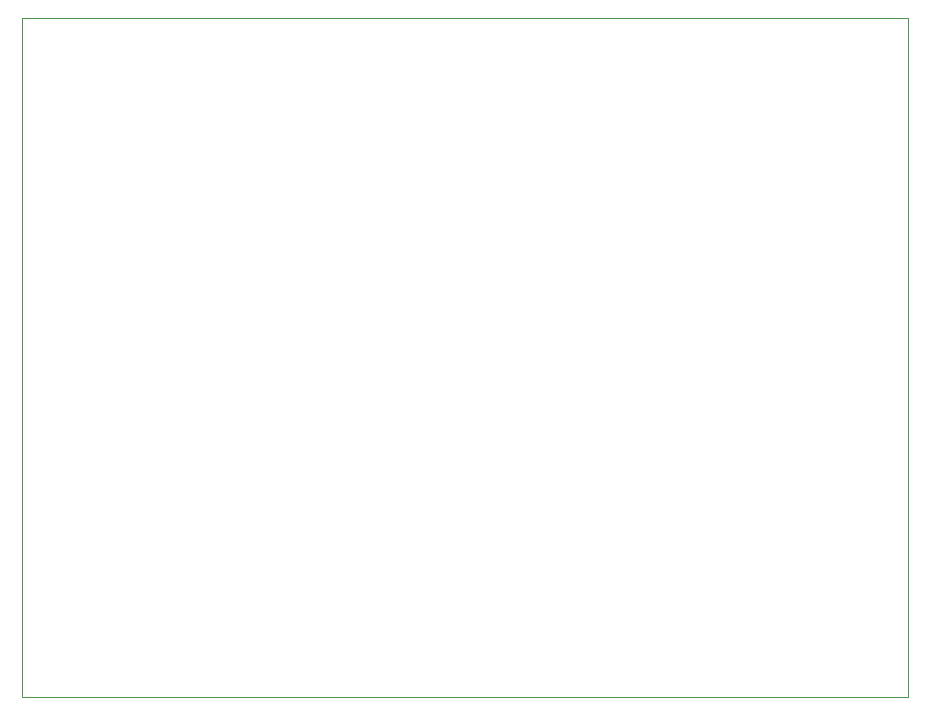
<source format=gbr>
%TF.GenerationSoftware,KiCad,Pcbnew,8.0.5*%
%TF.CreationDate,2024-11-17T15:10:29-05:00*%
%TF.ProjectId,kb-usb-to-coco,6b622d75-7362-42d7-946f-2d636f636f2e,rev?*%
%TF.SameCoordinates,Original*%
%TF.FileFunction,Profile,NP*%
%FSLAX46Y46*%
G04 Gerber Fmt 4.6, Leading zero omitted, Abs format (unit mm)*
G04 Created by KiCad (PCBNEW 8.0.5) date 2024-11-17 15:10:29*
%MOMM*%
%LPD*%
G01*
G04 APERTURE LIST*
%TA.AperFunction,Profile*%
%ADD10C,0.050000*%
%TD*%
G04 APERTURE END LIST*
D10*
X103500000Y-62000000D02*
X178500000Y-62000000D01*
X178500000Y-119500000D01*
X103500000Y-119500000D01*
X103500000Y-62000000D01*
M02*

</source>
